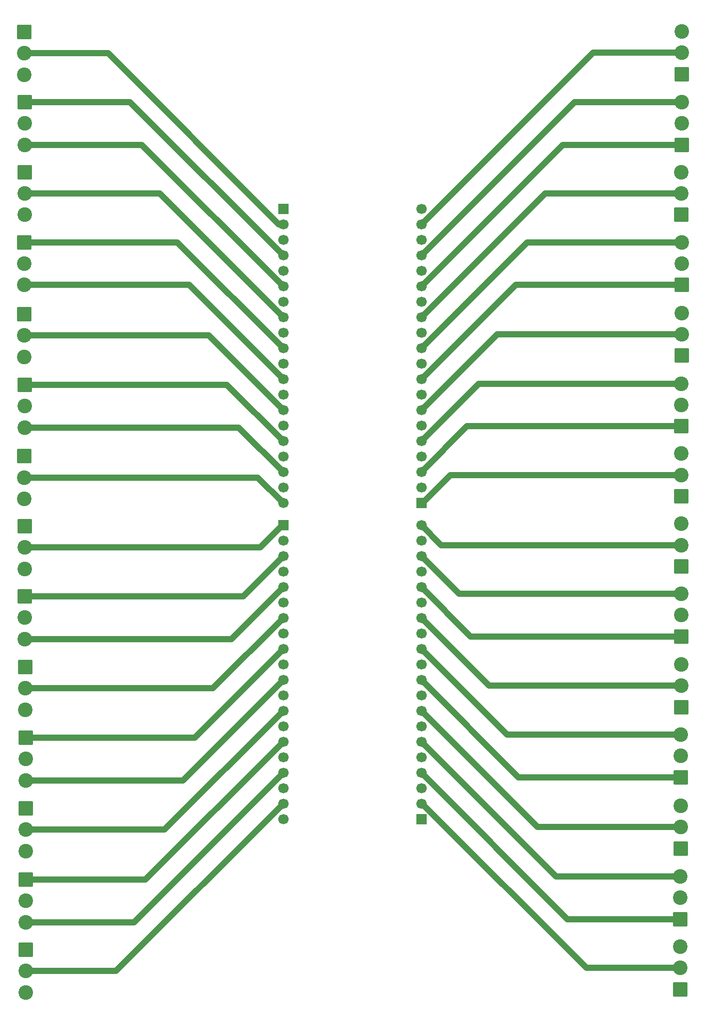
<source format=gbr>
%TF.GenerationSoftware,KiCad,Pcbnew,9.0.4-9.0.4-0~ubuntu24.04.1*%
%TF.CreationDate,2025-10-01T18:10:46-06:00*%
%TF.ProjectId,interfaz_esp32,696e7465-7266-4617-9a5f-65737033322e,rev?*%
%TF.SameCoordinates,Original*%
%TF.FileFunction,Copper,L2,Bot*%
%TF.FilePolarity,Positive*%
%FSLAX46Y46*%
G04 Gerber Fmt 4.6, Leading zero omitted, Abs format (unit mm)*
G04 Created by KiCad (PCBNEW 9.0.4-9.0.4-0~ubuntu24.04.1) date 2025-10-01 18:10:46*
%MOMM*%
%LPD*%
G01*
G04 APERTURE LIST*
G04 Aperture macros list*
%AMRoundRect*
0 Rectangle with rounded corners*
0 $1 Rounding radius*
0 $2 $3 $4 $5 $6 $7 $8 $9 X,Y pos of 4 corners*
0 Add a 4 corners polygon primitive as box body*
4,1,4,$2,$3,$4,$5,$6,$7,$8,$9,$2,$3,0*
0 Add four circle primitives for the rounded corners*
1,1,$1+$1,$2,$3*
1,1,$1+$1,$4,$5*
1,1,$1+$1,$6,$7*
1,1,$1+$1,$8,$9*
0 Add four rect primitives between the rounded corners*
20,1,$1+$1,$2,$3,$4,$5,0*
20,1,$1+$1,$4,$5,$6,$7,0*
20,1,$1+$1,$6,$7,$8,$9,0*
20,1,$1+$1,$8,$9,$2,$3,0*%
G04 Aperture macros list end*
%TA.AperFunction,ComponentPad*%
%ADD10RoundRect,0.250001X0.949999X-0.949999X0.949999X0.949999X-0.949999X0.949999X-0.949999X-0.949999X0*%
%TD*%
%TA.AperFunction,ComponentPad*%
%ADD11C,2.400000*%
%TD*%
%TA.AperFunction,ComponentPad*%
%ADD12RoundRect,0.250001X-0.949999X0.949999X-0.949999X-0.949999X0.949999X-0.949999X0.949999X0.949999X0*%
%TD*%
%TA.AperFunction,ComponentPad*%
%ADD13R,1.700000X1.700000*%
%TD*%
%TA.AperFunction,ComponentPad*%
%ADD14C,1.700000*%
%TD*%
%TA.AperFunction,Conductor*%
%ADD15C,1.000000*%
%TD*%
G04 APERTURE END LIST*
D10*
%TO.P,J15,1,Pin_1*%
%TO.N,Net-(J15-Pin_1)*%
X53900000Y-95000000D03*
D11*
%TO.P,J15,2,Pin_2*%
%TO.N,Net-(J15-Pin_2)*%
X53900000Y-91500000D03*
%TO.P,J15,3,Pin_3*%
%TO.N,Net-(J15-Pin_3)*%
X53900000Y-88000000D03*
%TD*%
D12*
%TO.P,J29,1,Pin_1*%
%TO.N,Net-(J2-Pin_9)*%
X-53700000Y-88500000D03*
D11*
%TO.P,J29,2,Pin_2*%
%TO.N,Net-(J2-Pin_10)*%
X-53700000Y-92000000D03*
%TO.P,J29,3,Pin_3*%
%TO.N,Net-(J2-Pin_11)*%
X-53700000Y-95500000D03*
%TD*%
D13*
%TO.P,J2,1,Pin_1*%
%TO.N,Net-(J2-Pin_1)*%
X-11400000Y-53620000D03*
D14*
%TO.P,J2,2,Pin_2*%
%TO.N,Net-(J2-Pin_2)*%
X-11400000Y-56160000D03*
%TO.P,J2,3,Pin_3*%
%TO.N,Net-(J2-Pin_3)*%
X-11400000Y-58700000D03*
%TO.P,J2,4,Pin_4*%
%TO.N,Net-(J2-Pin_4)*%
X-11400000Y-61240000D03*
%TO.P,J2,5,Pin_5*%
%TO.N,Net-(J2-Pin_5)*%
X-11400000Y-63780000D03*
%TO.P,J2,6,Pin_6*%
%TO.N,Net-(J2-Pin_6)*%
X-11400000Y-66320000D03*
%TO.P,J2,7,Pin_7*%
%TO.N,Net-(J2-Pin_7)*%
X-11400000Y-68860000D03*
%TO.P,J2,8,Pin_8*%
%TO.N,Net-(J2-Pin_8)*%
X-11400000Y-71400000D03*
%TO.P,J2,9,Pin_9*%
%TO.N,Net-(J2-Pin_9)*%
X-11400000Y-73940000D03*
%TO.P,J2,10,Pin_10*%
%TO.N,Net-(J2-Pin_10)*%
X-11400000Y-76480000D03*
%TO.P,J2,11,Pin_11*%
%TO.N,Net-(J2-Pin_11)*%
X-11400000Y-79020000D03*
%TO.P,J2,12,Pin_12*%
%TO.N,Net-(J2-Pin_12)*%
X-11400000Y-81560000D03*
%TO.P,J2,13,Pin_13*%
%TO.N,Net-(J2-Pin_13)*%
X-11400000Y-84100000D03*
%TO.P,J2,14,Pin_14*%
%TO.N,Net-(J2-Pin_14)*%
X-11400000Y-86640000D03*
%TO.P,J2,15,Pin_15*%
%TO.N,Net-(J2-Pin_15)*%
X-11400000Y-89180000D03*
%TO.P,J2,16,Pin_16*%
%TO.N,Net-(J2-Pin_16)*%
X-11400000Y-91720000D03*
%TO.P,J2,17,Pin_17*%
%TO.N,Net-(J2-Pin_17)*%
X-11400000Y-94260000D03*
%TO.P,J2,18,Pin_18*%
%TO.N,Net-(J2-Pin_18)*%
X-11400000Y-96800000D03*
%TO.P,J2,19,Pin_19*%
%TO.N,Net-(J2-Pin_19)*%
X-11400000Y-99340000D03*
%TO.P,J2,20,Pin_20*%
%TO.N,Net-(J2-Pin_20)*%
X-11400000Y-101880000D03*
%TD*%
D10*
%TO.P,J11,1,Pin_1*%
%TO.N,unconnected-(J11-Pin_1-Pad1)*%
X54000000Y-48900000D03*
D11*
%TO.P,J11,2,Pin_2*%
%TO.N,Net-(J11-Pin_2)*%
X54000000Y-45400000D03*
%TO.P,J11,3,Pin_3*%
%TO.N,Net-(J11-Pin_3)*%
X54000000Y-41900000D03*
%TD*%
D10*
%TO.P,J12,1,Pin_1*%
%TO.N,Net-(J12-Pin_1)*%
X54000000Y-60400000D03*
D11*
%TO.P,J12,2,Pin_2*%
%TO.N,Net-(J12-Pin_2)*%
X54000000Y-56900000D03*
%TO.P,J12,3,Pin_3*%
%TO.N,unconnected-(J12-Pin_3-Pad3)*%
X54000000Y-53400000D03*
%TD*%
D10*
%TO.P,J13,1,Pin_1*%
%TO.N,Net-(J13-Pin_1)*%
X54000000Y-71900000D03*
D11*
%TO.P,J13,2,Pin_2*%
%TO.N,Net-(J13-Pin_2)*%
X54000000Y-68400000D03*
%TO.P,J13,3,Pin_3*%
%TO.N,Net-(J13-Pin_3)*%
X54000000Y-64900000D03*
%TD*%
D10*
%TO.P,J16,1,Pin_1*%
%TO.N,Net-(J16-Pin_1)*%
X53900000Y-106700000D03*
D11*
%TO.P,J16,2,Pin_2*%
%TO.N,Net-(J16-Pin_2)*%
X53900000Y-103200000D03*
%TO.P,J16,3,Pin_3*%
%TO.N,Net-(J16-Pin_3)*%
X53900000Y-99700000D03*
%TD*%
D12*
%TO.P,J20,1,Pin_1*%
%TO.N,Net-(J1-Pin_4)*%
X-53867500Y15800000D03*
D11*
%TO.P,J20,2,Pin_2*%
%TO.N,Net-(J1-Pin_5)*%
X-53867500Y12300000D03*
%TO.P,J20,3,Pin_3*%
%TO.N,Net-(J1-Pin_6)*%
X-53867500Y8800000D03*
%TD*%
D10*
%TO.P,J9,1,Pin_1*%
%TO.N,Net-(J4-Pin_6)*%
X54067500Y-25800000D03*
D11*
%TO.P,J9,2,Pin_2*%
%TO.N,Net-(J4-Pin_7)*%
X54067500Y-22300000D03*
%TO.P,J9,3,Pin_3*%
%TO.N,Net-(J4-Pin_8)*%
X54067500Y-18800000D03*
%TD*%
D13*
%TO.P,J1,1,Pin_1*%
%TO.N,Net-(J1-Pin_1)*%
X-11400000Y-1740000D03*
D14*
%TO.P,J1,2,Pin_2*%
%TO.N,Net-(J1-Pin_2)*%
X-11400000Y-4280000D03*
%TO.P,J1,3,Pin_3*%
%TO.N,Net-(J1-Pin_3)*%
X-11400000Y-6820000D03*
%TO.P,J1,4,Pin_4*%
%TO.N,Net-(J1-Pin_4)*%
X-11400000Y-9360000D03*
%TO.P,J1,5,Pin_5*%
%TO.N,Net-(J1-Pin_5)*%
X-11400000Y-11900000D03*
%TO.P,J1,6,Pin_6*%
%TO.N,Net-(J1-Pin_6)*%
X-11400000Y-14440000D03*
%TO.P,J1,7,Pin_7*%
%TO.N,Net-(J1-Pin_7)*%
X-11400000Y-16980000D03*
%TO.P,J1,8,Pin_8*%
%TO.N,Net-(J1-Pin_8)*%
X-11400000Y-19520000D03*
%TO.P,J1,9,Pin_9*%
%TO.N,Net-(J1-Pin_9)*%
X-11400000Y-22060000D03*
%TO.P,J1,10,Pin_10*%
%TO.N,Net-(J1-Pin_10)*%
X-11400000Y-24600000D03*
%TO.P,J1,11,Pin_11*%
%TO.N,Net-(J1-Pin_11)*%
X-11400000Y-27140000D03*
%TO.P,J1,12,Pin_12*%
%TO.N,Net-(J1-Pin_12)*%
X-11400000Y-29680000D03*
%TO.P,J1,13,Pin_13*%
%TO.N,Net-(J1-Pin_13)*%
X-11400000Y-32220000D03*
%TO.P,J1,14,Pin_14*%
%TO.N,Net-(J1-Pin_14)*%
X-11400000Y-34760000D03*
%TO.P,J1,15,Pin_15*%
%TO.N,Net-(J1-Pin_15)*%
X-11400000Y-37300000D03*
%TO.P,J1,16,Pin_16*%
%TO.N,Net-(J1-Pin_16)*%
X-11400000Y-39840000D03*
%TO.P,J1,17,Pin_17*%
%TO.N,Net-(J1-Pin_17)*%
X-11400000Y-42380000D03*
%TO.P,J1,18,Pin_18*%
%TO.N,Net-(J1-Pin_18)*%
X-11400000Y-44920000D03*
%TO.P,J1,19,Pin_19*%
%TO.N,Net-(J1-Pin_19)*%
X-11400000Y-47460000D03*
%TO.P,J1,20,Pin_20*%
%TO.N,Net-(J1-Pin_20)*%
X-11400000Y-50000000D03*
%TD*%
D13*
%TO.P,J4,1,Pin_1*%
%TO.N,Net-(J11-Pin_2)*%
X11300000Y-50000000D03*
D14*
%TO.P,J4,2,Pin_2*%
%TO.N,Net-(J11-Pin_3)*%
X11300000Y-47460000D03*
%TO.P,J4,3,Pin_3*%
%TO.N,Net-(J10-Pin_1)*%
X11300000Y-44920000D03*
%TO.P,J4,4,Pin_4*%
%TO.N,Net-(J10-Pin_2)*%
X11300000Y-42380000D03*
%TO.P,J4,5,Pin_5*%
%TO.N,Net-(J10-Pin_3)*%
X11300000Y-39840000D03*
%TO.P,J4,6,Pin_6*%
%TO.N,Net-(J4-Pin_6)*%
X11300000Y-37300000D03*
%TO.P,J4,7,Pin_7*%
%TO.N,Net-(J4-Pin_7)*%
X11300000Y-34760000D03*
%TO.P,J4,8,Pin_8*%
%TO.N,Net-(J4-Pin_8)*%
X11300000Y-32220000D03*
%TO.P,J4,9,Pin_9*%
%TO.N,Net-(J4-Pin_9)*%
X11300000Y-29680000D03*
%TO.P,J4,10,Pin_10*%
%TO.N,Net-(J4-Pin_10)*%
X11300000Y-27140000D03*
%TO.P,J4,11,Pin_11*%
%TO.N,Net-(J4-Pin_11)*%
X11300000Y-24600000D03*
%TO.P,J4,12,Pin_12*%
%TO.N,Net-(J4-Pin_12)*%
X11300000Y-22060000D03*
%TO.P,J4,13,Pin_13*%
%TO.N,Net-(J4-Pin_13)*%
X11300000Y-19520000D03*
%TO.P,J4,14,Pin_14*%
%TO.N,Net-(J4-Pin_14)*%
X11300000Y-16980000D03*
%TO.P,J4,15,Pin_15*%
%TO.N,Net-(J4-Pin_15)*%
X11300000Y-14440000D03*
%TO.P,J4,16,Pin_16*%
%TO.N,Net-(J4-Pin_16)*%
X11300000Y-11900000D03*
%TO.P,J4,17,Pin_17*%
%TO.N,Net-(J4-Pin_17)*%
X11300000Y-9360000D03*
%TO.P,J4,18,Pin_18*%
%TO.N,Net-(J4-Pin_18)*%
X11300000Y-6820000D03*
%TO.P,J4,19,Pin_19*%
%TO.N,Net-(J4-Pin_19)*%
X11300000Y-4280000D03*
%TO.P,J4,20,Pin_20*%
%TO.N,Net-(J4-Pin_20)*%
X11300000Y-1740000D03*
%TD*%
D12*
%TO.P,J26,1,Pin_1*%
%TO.N,unconnected-(J26-Pin_1-Pad1)*%
X-53900000Y-53800000D03*
D11*
%TO.P,J26,2,Pin_2*%
%TO.N,Net-(J2-Pin_1)*%
X-53900000Y-57300000D03*
%TO.P,J26,3,Pin_3*%
%TO.N,Net-(J2-Pin_2)*%
X-53900000Y-60800000D03*
%TD*%
D13*
%TO.P,J3,1,Pin_1*%
%TO.N,Net-(J18-Pin_1)*%
X11300000Y-101900000D03*
D14*
%TO.P,J3,2,Pin_2*%
%TO.N,Net-(J18-Pin_2)*%
X11300000Y-99360000D03*
%TO.P,J3,3,Pin_3*%
%TO.N,Net-(J18-Pin_3)*%
X11300000Y-96820000D03*
%TO.P,J3,4,Pin_4*%
%TO.N,Net-(J17-Pin_1)*%
X11300000Y-94280000D03*
%TO.P,J3,5,Pin_5*%
%TO.N,Net-(J17-Pin_2)*%
X11300000Y-91740000D03*
%TO.P,J3,6,Pin_6*%
%TO.N,Net-(J17-Pin_3)*%
X11300000Y-89200000D03*
%TO.P,J3,7,Pin_7*%
%TO.N,Net-(J16-Pin_1)*%
X11300000Y-86660000D03*
%TO.P,J3,8,Pin_8*%
%TO.N,Net-(J16-Pin_2)*%
X11300000Y-84120000D03*
%TO.P,J3,9,Pin_9*%
%TO.N,Net-(J16-Pin_3)*%
X11300000Y-81580000D03*
%TO.P,J3,10,Pin_10*%
%TO.N,Net-(J15-Pin_1)*%
X11300000Y-79040000D03*
%TO.P,J3,11,Pin_11*%
%TO.N,Net-(J15-Pin_2)*%
X11300000Y-76500000D03*
%TO.P,J3,12,Pin_12*%
%TO.N,Net-(J15-Pin_3)*%
X11300000Y-73960000D03*
%TO.P,J3,13,Pin_13*%
%TO.N,Net-(J14-Pin_1)*%
X11300000Y-71420000D03*
%TO.P,J3,14,Pin_14*%
%TO.N,Net-(J14-Pin_2)*%
X11300000Y-68880000D03*
%TO.P,J3,15,Pin_15*%
%TO.N,Net-(J14-Pin_3)*%
X11300000Y-66340000D03*
%TO.P,J3,16,Pin_16*%
%TO.N,Net-(J13-Pin_1)*%
X11300000Y-63800000D03*
%TO.P,J3,17,Pin_17*%
%TO.N,Net-(J13-Pin_2)*%
X11300000Y-61260000D03*
%TO.P,J3,18,Pin_18*%
%TO.N,Net-(J13-Pin_3)*%
X11300000Y-58720000D03*
%TO.P,J3,19,Pin_19*%
%TO.N,Net-(J12-Pin_1)*%
X11300000Y-56180000D03*
%TO.P,J3,20,Pin_20*%
%TO.N,Net-(J12-Pin_2)*%
X11300000Y-53640000D03*
%TD*%
D12*
%TO.P,J23,1,Pin_1*%
%TO.N,Net-(J1-Pin_13)*%
X-53967500Y-19000000D03*
D11*
%TO.P,J23,2,Pin_2*%
%TO.N,Net-(J1-Pin_14)*%
X-53967500Y-22500000D03*
%TO.P,J23,3,Pin_3*%
%TO.N,Net-(J1-Pin_15)*%
X-53967500Y-26000000D03*
%TD*%
D12*
%TO.P,J25,1,Pin_1*%
%TO.N,Net-(J1-Pin_19)*%
X-53967500Y-42300000D03*
D11*
%TO.P,J25,2,Pin_2*%
%TO.N,Net-(J1-Pin_20)*%
X-53967500Y-45800000D03*
%TO.P,J25,3,Pin_3*%
%TO.N,unconnected-(J25-Pin_3-Pad3)*%
X-53967500Y-49300000D03*
%TD*%
D10*
%TO.P,J7,1,Pin_1*%
%TO.N,Net-(J4-Pin_12)*%
X54000000Y-2700000D03*
D11*
%TO.P,J7,2,Pin_2*%
%TO.N,Net-(J4-Pin_13)*%
X54000000Y800000D03*
%TO.P,J7,3,Pin_3*%
%TO.N,Net-(J4-Pin_14)*%
X54000000Y4300000D03*
%TD*%
D12*
%TO.P,J31,1,Pin_1*%
%TO.N,Net-(J2-Pin_15)*%
X-53700000Y-111800000D03*
D11*
%TO.P,J31,2,Pin_2*%
%TO.N,Net-(J2-Pin_16)*%
X-53700000Y-115300000D03*
%TO.P,J31,3,Pin_3*%
%TO.N,Net-(J2-Pin_17)*%
X-53700000Y-118800000D03*
%TD*%
D10*
%TO.P,J17,1,Pin_1*%
%TO.N,Net-(J17-Pin_1)*%
X53867500Y-118300000D03*
D11*
%TO.P,J17,2,Pin_2*%
%TO.N,Net-(J17-Pin_2)*%
X53867500Y-114800000D03*
%TO.P,J17,3,Pin_3*%
%TO.N,Net-(J17-Pin_3)*%
X53867500Y-111300000D03*
%TD*%
D10*
%TO.P,J5,1,Pin_1*%
%TO.N,Net-(J4-Pin_18)*%
X54100000Y20400000D03*
D11*
%TO.P,J5,2,Pin_2*%
%TO.N,Net-(J4-Pin_19)*%
X54100000Y23900000D03*
%TO.P,J5,3,Pin_3*%
%TO.N,Net-(J4-Pin_20)*%
X54100000Y27400000D03*
%TD*%
D10*
%TO.P,J14,1,Pin_1*%
%TO.N,Net-(J14-Pin_1)*%
X54000000Y-83500000D03*
D11*
%TO.P,J14,2,Pin_2*%
%TO.N,Net-(J14-Pin_2)*%
X54000000Y-80000000D03*
%TO.P,J14,3,Pin_3*%
%TO.N,Net-(J14-Pin_3)*%
X54000000Y-76500000D03*
%TD*%
D12*
%TO.P,J32,1,Pin_1*%
%TO.N,Net-(J2-Pin_18)*%
X-53700000Y-123300000D03*
D11*
%TO.P,J32,2,Pin_2*%
%TO.N,Net-(J2-Pin_19)*%
X-53700000Y-126800000D03*
%TO.P,J32,3,Pin_3*%
%TO.N,Net-(J2-Pin_20)*%
X-53700000Y-130300000D03*
%TD*%
D12*
%TO.P,J24,1,Pin_1*%
%TO.N,Net-(J1-Pin_16)*%
X-53867500Y-30600000D03*
D11*
%TO.P,J24,2,Pin_2*%
%TO.N,Net-(J1-Pin_17)*%
X-53867500Y-34100000D03*
%TO.P,J24,3,Pin_3*%
%TO.N,Net-(J1-Pin_18)*%
X-53867500Y-37600000D03*
%TD*%
D12*
%TO.P,J30,1,Pin_1*%
%TO.N,Net-(J2-Pin_12)*%
X-53700000Y-100100000D03*
D11*
%TO.P,J30,2,Pin_2*%
%TO.N,Net-(J2-Pin_13)*%
X-53700000Y-103600000D03*
%TO.P,J30,3,Pin_3*%
%TO.N,Net-(J2-Pin_14)*%
X-53700000Y-107100000D03*
%TD*%
D12*
%TO.P,J19,1,Pin_1*%
%TO.N,Net-(J1-Pin_1)*%
X-53967500Y27300000D03*
D11*
%TO.P,J19,2,Pin_2*%
%TO.N,Net-(J1-Pin_2)*%
X-53967500Y23800000D03*
%TO.P,J19,3,Pin_3*%
%TO.N,Net-(J1-Pin_3)*%
X-53967500Y20300000D03*
%TD*%
D12*
%TO.P,J22,1,Pin_1*%
%TO.N,Net-(J1-Pin_10)*%
X-53967500Y-7200000D03*
D11*
%TO.P,J22,2,Pin_2*%
%TO.N,Net-(J1-Pin_11)*%
X-53967500Y-10700000D03*
%TO.P,J22,3,Pin_3*%
%TO.N,Net-(J1-Pin_12)*%
X-53967500Y-14200000D03*
%TD*%
D12*
%TO.P,J21,1,Pin_1*%
%TO.N,Net-(J1-Pin_7)*%
X-53867500Y4300000D03*
D11*
%TO.P,J21,2,Pin_2*%
%TO.N,Net-(J1-Pin_8)*%
X-53867500Y800000D03*
%TO.P,J21,3,Pin_3*%
%TO.N,Net-(J1-Pin_9)*%
X-53867500Y-2700000D03*
%TD*%
D10*
%TO.P,J6,1,Pin_1*%
%TO.N,Net-(J4-Pin_15)*%
X54067500Y8800000D03*
D11*
%TO.P,J6,2,Pin_2*%
%TO.N,Net-(J4-Pin_16)*%
X54067500Y12300000D03*
%TO.P,J6,3,Pin_3*%
%TO.N,Net-(J4-Pin_17)*%
X54067500Y15800000D03*
%TD*%
D10*
%TO.P,J8,1,Pin_1*%
%TO.N,Net-(J4-Pin_9)*%
X54067500Y-14200000D03*
D11*
%TO.P,J8,2,Pin_2*%
%TO.N,Net-(J4-Pin_10)*%
X54067500Y-10700000D03*
%TO.P,J8,3,Pin_3*%
%TO.N,Net-(J4-Pin_11)*%
X54067500Y-7200000D03*
%TD*%
D12*
%TO.P,J28,1,Pin_1*%
%TO.N,Net-(J2-Pin_6)*%
X-53800000Y-76900000D03*
D11*
%TO.P,J28,2,Pin_2*%
%TO.N,Net-(J2-Pin_7)*%
X-53800000Y-80400000D03*
%TO.P,J28,3,Pin_3*%
%TO.N,Net-(J2-Pin_8)*%
X-53800000Y-83900000D03*
%TD*%
D10*
%TO.P,J18,1,Pin_1*%
%TO.N,Net-(J18-Pin_1)*%
X53867500Y-129800000D03*
D11*
%TO.P,J18,2,Pin_2*%
%TO.N,Net-(J18-Pin_2)*%
X53867500Y-126300000D03*
%TO.P,J18,3,Pin_3*%
%TO.N,Net-(J18-Pin_3)*%
X53867500Y-122800000D03*
%TD*%
D12*
%TO.P,J27,1,Pin_1*%
%TO.N,Net-(J2-Pin_3)*%
X-53900000Y-65300000D03*
D11*
%TO.P,J27,2,Pin_2*%
%TO.N,Net-(J2-Pin_4)*%
X-53900000Y-68800000D03*
%TO.P,J27,3,Pin_3*%
%TO.N,Net-(J2-Pin_5)*%
X-53900000Y-72300000D03*
%TD*%
D10*
%TO.P,J10,1,Pin_1*%
%TO.N,Net-(J10-Pin_1)*%
X54000000Y-37400000D03*
D11*
%TO.P,J10,2,Pin_2*%
%TO.N,Net-(J10-Pin_2)*%
X54000000Y-33900000D03*
%TO.P,J10,3,Pin_3*%
%TO.N,Net-(J10-Pin_3)*%
X54000000Y-30400000D03*
%TD*%
D15*
%TO.N,Net-(J1-Pin_12)*%
X-26880000Y-14200000D02*
X-11400000Y-29680000D01*
X-53967500Y-14200000D02*
X-26880000Y-14200000D01*
%TO.N,Net-(J1-Pin_14)*%
X-53967500Y-22500000D02*
X-23660000Y-22500000D01*
X-23660000Y-22500000D02*
X-11400000Y-34760000D01*
%TO.N,Net-(J1-Pin_6)*%
X-34640000Y8800000D02*
X-11400000Y-14440000D01*
X-53867500Y8800000D02*
X-34640000Y8800000D01*
%TO.N,Net-(J1-Pin_10)*%
X-53967500Y-7200000D02*
X-28800000Y-7200000D01*
X-28800000Y-7200000D02*
X-11400000Y-24600000D01*
%TO.N,Net-(J1-Pin_16)*%
X-53867500Y-30600000D02*
X-20640000Y-30600000D01*
X-20640000Y-30600000D02*
X-11400000Y-39840000D01*
%TO.N,Net-(J1-Pin_20)*%
X-15600000Y-45800000D02*
X-11400000Y-50000000D01*
X-53967500Y-45800000D02*
X-15600000Y-45800000D01*
%TO.N,Net-(J1-Pin_18)*%
X-18720000Y-37600000D02*
X-11400000Y-44920000D01*
X-53867500Y-37600000D02*
X-18720000Y-37600000D01*
%TO.N,Net-(J1-Pin_8)*%
X-53867500Y800000D02*
X-31720000Y800000D01*
X-31720000Y800000D02*
X-11400000Y-19520000D01*
%TO.N,Net-(J1-Pin_2)*%
X-40165600Y23800000D02*
X-12085600Y-4280000D01*
X-12085600Y-4280000D02*
X-11400000Y-4280000D01*
X-53967500Y23800000D02*
X-40165600Y23800000D01*
%TO.N,Net-(J1-Pin_4)*%
X-53867500Y15800000D02*
X-36560000Y15800000D01*
X-36560000Y15800000D02*
X-11400000Y-9360000D01*
%TO.N,Net-(J2-Pin_3)*%
X-53900000Y-65300000D02*
X-18000000Y-65300000D01*
X-18000000Y-65300000D02*
X-11400000Y-58700000D01*
%TO.N,Net-(J2-Pin_9)*%
X-25960000Y-88500000D02*
X-11400000Y-73940000D01*
X-53700000Y-88500000D02*
X-25960000Y-88500000D01*
%TO.N,Net-(J2-Pin_11)*%
X-27880000Y-95500000D02*
X-11400000Y-79020000D01*
X-53700000Y-95500000D02*
X-27880000Y-95500000D01*
%TO.N,Net-(J2-Pin_19)*%
X-53700000Y-126800000D02*
X-38860000Y-126800000D01*
X-38860000Y-126800000D02*
X-11400000Y-99340000D01*
%TO.N,Net-(J2-Pin_1)*%
X-11500494Y-53620000D02*
X-11400000Y-53620000D01*
X-15180494Y-57300000D02*
X-11500494Y-53620000D01*
X-53900000Y-57300000D02*
X-15180494Y-57300000D01*
%TO.N,Net-(J2-Pin_15)*%
X-53700000Y-111800000D02*
X-34020000Y-111800000D01*
X-34020000Y-111800000D02*
X-11400000Y-89180000D01*
%TO.N,Net-(J2-Pin_5)*%
X-19920000Y-72300000D02*
X-11400000Y-63780000D01*
X-53900000Y-72300000D02*
X-19920000Y-72300000D01*
%TO.N,Net-(J2-Pin_13)*%
X-30900000Y-103600000D02*
X-11400000Y-84100000D01*
X-53700000Y-103600000D02*
X-30900000Y-103600000D01*
%TO.N,Net-(J2-Pin_7)*%
X-53800000Y-80400000D02*
X-22940000Y-80400000D01*
X-22940000Y-80400000D02*
X-11400000Y-68860000D01*
%TO.N,Net-(J2-Pin_17)*%
X-35940000Y-118800000D02*
X-11400000Y-94260000D01*
X-53700000Y-118800000D02*
X-35940000Y-118800000D01*
%TO.N,Net-(J16-Pin_2)*%
X30380000Y-103200000D02*
X11300000Y-84120000D01*
X53900000Y-103200000D02*
X30380000Y-103200000D01*
%TO.N,Net-(J12-Pin_2)*%
X54000000Y-56900000D02*
X14560000Y-56900000D01*
X14560000Y-56900000D02*
X11300000Y-53640000D01*
%TO.N,Net-(J15-Pin_3)*%
X53900000Y-88000000D02*
X25340000Y-88000000D01*
X25340000Y-88000000D02*
X11300000Y-73960000D01*
%TO.N,Net-(J13-Pin_1)*%
X54000000Y-71900000D02*
X19400000Y-71900000D01*
X19400000Y-71900000D02*
X11300000Y-63800000D01*
%TO.N,Net-(J15-Pin_1)*%
X27260000Y-95000000D02*
X11300000Y-79040000D01*
X53900000Y-95000000D02*
X27260000Y-95000000D01*
%TO.N,Net-(J18-Pin_2)*%
X38392400Y-126300000D02*
X11452400Y-99360000D01*
X11452400Y-99360000D02*
X11300000Y-99360000D01*
X53867500Y-126300000D02*
X38392400Y-126300000D01*
%TO.N,Net-(J17-Pin_3)*%
X33400000Y-111300000D02*
X11300000Y-89200000D01*
X53867500Y-111300000D02*
X33400000Y-111300000D01*
%TO.N,Net-(J13-Pin_3)*%
X17480000Y-64900000D02*
X11300000Y-58720000D01*
X54000000Y-64900000D02*
X17480000Y-64900000D01*
%TO.N,Net-(J14-Pin_2)*%
X22420000Y-80000000D02*
X11300000Y-68880000D01*
X54000000Y-80000000D02*
X22420000Y-80000000D01*
%TO.N,Net-(J17-Pin_1)*%
X53867500Y-118300000D02*
X35320000Y-118300000D01*
X35320000Y-118300000D02*
X11300000Y-94280000D01*
%TO.N,Net-(J4-Pin_11)*%
X28700000Y-7200000D02*
X11300000Y-24600000D01*
X54067500Y-7200000D02*
X28700000Y-7200000D01*
%TO.N,Net-(J4-Pin_19)*%
X39480000Y23900000D02*
X11300000Y-4280000D01*
X54100000Y23900000D02*
X39480000Y23900000D01*
%TO.N,Net-(J4-Pin_15)*%
X34540000Y8800000D02*
X11300000Y-14440000D01*
X54067500Y8800000D02*
X34540000Y8800000D01*
%TO.N,Net-(J4-Pin_9)*%
X26780000Y-14200000D02*
X11300000Y-29680000D01*
X54067500Y-14200000D02*
X26780000Y-14200000D01*
%TO.N,Net-(J4-Pin_17)*%
X54067500Y15800000D02*
X36460000Y15800000D01*
X36460000Y15800000D02*
X11300000Y-9360000D01*
%TO.N,Net-(J11-Pin_2)*%
X54000000Y-45400000D02*
X16100000Y-45400000D01*
X16100000Y-45400000D02*
X11500000Y-50000000D01*
X11500000Y-50000000D02*
X11300000Y-50000000D01*
%TO.N,Net-(J10-Pin_3)*%
X54000000Y-30400000D02*
X20740000Y-30400000D01*
X20740000Y-30400000D02*
X11300000Y-39840000D01*
%TO.N,Net-(J4-Pin_7)*%
X54067500Y-22300000D02*
X23760000Y-22300000D01*
X23760000Y-22300000D02*
X11300000Y-34760000D01*
%TO.N,Net-(J10-Pin_1)*%
X54000000Y-37400000D02*
X18820000Y-37400000D01*
X18820000Y-37400000D02*
X11300000Y-44920000D01*
%TO.N,Net-(J4-Pin_13)*%
X31620000Y800000D02*
X11300000Y-19520000D01*
X54000000Y800000D02*
X31620000Y800000D01*
%TD*%
M02*

</source>
